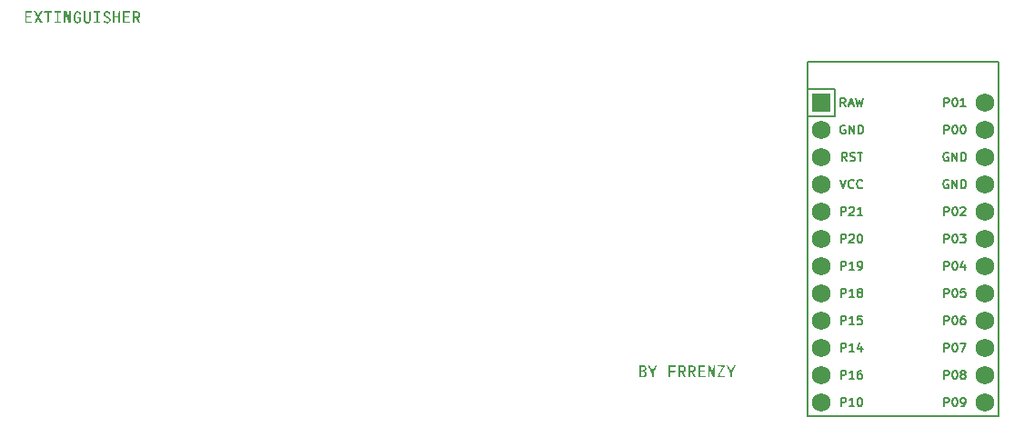
<source format=gbr>
%TF.GenerationSoftware,KiCad,Pcbnew,(6.0.8-1)-1*%
%TF.CreationDate,2023-01-29T19:27:53+03:00*%
%TF.ProjectId,lol,6c6f6c2e-6b69-4636-9164-5f7063625858,v1.0.0*%
%TF.SameCoordinates,Original*%
%TF.FileFunction,Legend,Top*%
%TF.FilePolarity,Positive*%
%FSLAX46Y46*%
G04 Gerber Fmt 4.6, Leading zero omitted, Abs format (unit mm)*
G04 Created by KiCad (PCBNEW (6.0.8-1)-1) date 2023-01-29 19:27:53*
%MOMM*%
%LPD*%
G01*
G04 APERTURE LIST*
%ADD10C,0.150000*%
%ADD11R,1.752600X1.752600*%
%ADD12C,1.752600*%
G04 APERTURE END LIST*
D10*
%TO.C,MCU1*%
X127997619Y26658095D02*
X127730952Y27039047D01*
X127540476Y26658095D02*
X127540476Y27458095D01*
X127845238Y27458095D01*
X127921428Y27420000D01*
X127959523Y27381904D01*
X127997619Y27305714D01*
X127997619Y27191428D01*
X127959523Y27115238D01*
X127921428Y27077142D01*
X127845238Y27039047D01*
X127540476Y27039047D01*
X128302380Y26886666D02*
X128683333Y26886666D01*
X128226190Y26658095D02*
X128492857Y27458095D01*
X128759523Y26658095D01*
X128950000Y27458095D02*
X129140476Y26658095D01*
X129292857Y27229523D01*
X129445238Y26658095D01*
X129635714Y27458095D01*
X127940476Y24880000D02*
X127864285Y24918095D01*
X127750000Y24918095D01*
X127635714Y24880000D01*
X127559523Y24803809D01*
X127521428Y24727619D01*
X127483333Y24575238D01*
X127483333Y24460952D01*
X127521428Y24308571D01*
X127559523Y24232380D01*
X127635714Y24156190D01*
X127750000Y24118095D01*
X127826190Y24118095D01*
X127940476Y24156190D01*
X127978571Y24194285D01*
X127978571Y24460952D01*
X127826190Y24460952D01*
X128321428Y24118095D02*
X128321428Y24918095D01*
X128778571Y24118095D01*
X128778571Y24918095D01*
X129159523Y24118095D02*
X129159523Y24918095D01*
X129350000Y24918095D01*
X129464285Y24880000D01*
X129540476Y24803809D01*
X129578571Y24727619D01*
X129616666Y24575238D01*
X129616666Y24460952D01*
X129578571Y24308571D01*
X129540476Y24232380D01*
X129464285Y24156190D01*
X129350000Y24118095D01*
X129159523Y24118095D01*
X128111904Y21578095D02*
X127845238Y21959047D01*
X127654761Y21578095D02*
X127654761Y22378095D01*
X127959523Y22378095D01*
X128035714Y22340000D01*
X128073809Y22301904D01*
X128111904Y22225714D01*
X128111904Y22111428D01*
X128073809Y22035238D01*
X128035714Y21997142D01*
X127959523Y21959047D01*
X127654761Y21959047D01*
X128416666Y21616190D02*
X128530952Y21578095D01*
X128721428Y21578095D01*
X128797619Y21616190D01*
X128835714Y21654285D01*
X128873809Y21730476D01*
X128873809Y21806666D01*
X128835714Y21882857D01*
X128797619Y21920952D01*
X128721428Y21959047D01*
X128569047Y21997142D01*
X128492857Y22035238D01*
X128454761Y22073333D01*
X128416666Y22149523D01*
X128416666Y22225714D01*
X128454761Y22301904D01*
X128492857Y22340000D01*
X128569047Y22378095D01*
X128759523Y22378095D01*
X128873809Y22340000D01*
X129102380Y22378095D02*
X129559523Y22378095D01*
X129330952Y21578095D02*
X129330952Y22378095D01*
X127483333Y19838095D02*
X127750000Y19038095D01*
X128016666Y19838095D01*
X128740476Y19114285D02*
X128702380Y19076190D01*
X128588095Y19038095D01*
X128511904Y19038095D01*
X128397619Y19076190D01*
X128321428Y19152380D01*
X128283333Y19228571D01*
X128245238Y19380952D01*
X128245238Y19495238D01*
X128283333Y19647619D01*
X128321428Y19723809D01*
X128397619Y19800000D01*
X128511904Y19838095D01*
X128588095Y19838095D01*
X128702380Y19800000D01*
X128740476Y19761904D01*
X129540476Y19114285D02*
X129502380Y19076190D01*
X129388095Y19038095D01*
X129311904Y19038095D01*
X129197619Y19076190D01*
X129121428Y19152380D01*
X129083333Y19228571D01*
X129045238Y19380952D01*
X129045238Y19495238D01*
X129083333Y19647619D01*
X129121428Y19723809D01*
X129197619Y19800000D01*
X129311904Y19838095D01*
X129388095Y19838095D01*
X129502380Y19800000D01*
X129540476Y19761904D01*
X127578571Y16498095D02*
X127578571Y17298095D01*
X127883333Y17298095D01*
X127959523Y17260000D01*
X127997619Y17221904D01*
X128035714Y17145714D01*
X128035714Y17031428D01*
X127997619Y16955238D01*
X127959523Y16917142D01*
X127883333Y16879047D01*
X127578571Y16879047D01*
X128340476Y17221904D02*
X128378571Y17260000D01*
X128454761Y17298095D01*
X128645238Y17298095D01*
X128721428Y17260000D01*
X128759523Y17221904D01*
X128797619Y17145714D01*
X128797619Y17069523D01*
X128759523Y16955238D01*
X128302380Y16498095D01*
X128797619Y16498095D01*
X129559523Y16498095D02*
X129102380Y16498095D01*
X129330952Y16498095D02*
X129330952Y17298095D01*
X129254761Y17183809D01*
X129178571Y17107619D01*
X129102380Y17069523D01*
X127578571Y13958095D02*
X127578571Y14758095D01*
X127883333Y14758095D01*
X127959523Y14720000D01*
X127997619Y14681904D01*
X128035714Y14605714D01*
X128035714Y14491428D01*
X127997619Y14415238D01*
X127959523Y14377142D01*
X127883333Y14339047D01*
X127578571Y14339047D01*
X128340476Y14681904D02*
X128378571Y14720000D01*
X128454761Y14758095D01*
X128645238Y14758095D01*
X128721428Y14720000D01*
X128759523Y14681904D01*
X128797619Y14605714D01*
X128797619Y14529523D01*
X128759523Y14415238D01*
X128302380Y13958095D01*
X128797619Y13958095D01*
X129292857Y14758095D02*
X129369047Y14758095D01*
X129445238Y14720000D01*
X129483333Y14681904D01*
X129521428Y14605714D01*
X129559523Y14453333D01*
X129559523Y14262857D01*
X129521428Y14110476D01*
X129483333Y14034285D01*
X129445238Y13996190D01*
X129369047Y13958095D01*
X129292857Y13958095D01*
X129216666Y13996190D01*
X129178571Y14034285D01*
X129140476Y14110476D01*
X129102380Y14262857D01*
X129102380Y14453333D01*
X129140476Y14605714D01*
X129178571Y14681904D01*
X129216666Y14720000D01*
X129292857Y14758095D01*
X127578571Y11418095D02*
X127578571Y12218095D01*
X127883333Y12218095D01*
X127959523Y12180000D01*
X127997619Y12141904D01*
X128035714Y12065714D01*
X128035714Y11951428D01*
X127997619Y11875238D01*
X127959523Y11837142D01*
X127883333Y11799047D01*
X127578571Y11799047D01*
X128797619Y11418095D02*
X128340476Y11418095D01*
X128569047Y11418095D02*
X128569047Y12218095D01*
X128492857Y12103809D01*
X128416666Y12027619D01*
X128340476Y11989523D01*
X129178571Y11418095D02*
X129330952Y11418095D01*
X129407142Y11456190D01*
X129445238Y11494285D01*
X129521428Y11608571D01*
X129559523Y11760952D01*
X129559523Y12065714D01*
X129521428Y12141904D01*
X129483333Y12180000D01*
X129407142Y12218095D01*
X129254761Y12218095D01*
X129178571Y12180000D01*
X129140476Y12141904D01*
X129102380Y12065714D01*
X129102380Y11875238D01*
X129140476Y11799047D01*
X129178571Y11760952D01*
X129254761Y11722857D01*
X129407142Y11722857D01*
X129483333Y11760952D01*
X129521428Y11799047D01*
X129559523Y11875238D01*
X127578571Y8878095D02*
X127578571Y9678095D01*
X127883333Y9678095D01*
X127959523Y9640000D01*
X127997619Y9601904D01*
X128035714Y9525714D01*
X128035714Y9411428D01*
X127997619Y9335238D01*
X127959523Y9297142D01*
X127883333Y9259047D01*
X127578571Y9259047D01*
X128797619Y8878095D02*
X128340476Y8878095D01*
X128569047Y8878095D02*
X128569047Y9678095D01*
X128492857Y9563809D01*
X128416666Y9487619D01*
X128340476Y9449523D01*
X129254761Y9335238D02*
X129178571Y9373333D01*
X129140476Y9411428D01*
X129102380Y9487619D01*
X129102380Y9525714D01*
X129140476Y9601904D01*
X129178571Y9640000D01*
X129254761Y9678095D01*
X129407142Y9678095D01*
X129483333Y9640000D01*
X129521428Y9601904D01*
X129559523Y9525714D01*
X129559523Y9487619D01*
X129521428Y9411428D01*
X129483333Y9373333D01*
X129407142Y9335238D01*
X129254761Y9335238D01*
X129178571Y9297142D01*
X129140476Y9259047D01*
X129102380Y9182857D01*
X129102380Y9030476D01*
X129140476Y8954285D01*
X129178571Y8916190D01*
X129254761Y8878095D01*
X129407142Y8878095D01*
X129483333Y8916190D01*
X129521428Y8954285D01*
X129559523Y9030476D01*
X129559523Y9182857D01*
X129521428Y9259047D01*
X129483333Y9297142D01*
X129407142Y9335238D01*
X127578571Y6338095D02*
X127578571Y7138095D01*
X127883333Y7138095D01*
X127959523Y7100000D01*
X127997619Y7061904D01*
X128035714Y6985714D01*
X128035714Y6871428D01*
X127997619Y6795238D01*
X127959523Y6757142D01*
X127883333Y6719047D01*
X127578571Y6719047D01*
X128797619Y6338095D02*
X128340476Y6338095D01*
X128569047Y6338095D02*
X128569047Y7138095D01*
X128492857Y7023809D01*
X128416666Y6947619D01*
X128340476Y6909523D01*
X129521428Y7138095D02*
X129140476Y7138095D01*
X129102380Y6757142D01*
X129140476Y6795238D01*
X129216666Y6833333D01*
X129407142Y6833333D01*
X129483333Y6795238D01*
X129521428Y6757142D01*
X129559523Y6680952D01*
X129559523Y6490476D01*
X129521428Y6414285D01*
X129483333Y6376190D01*
X129407142Y6338095D01*
X129216666Y6338095D01*
X129140476Y6376190D01*
X129102380Y6414285D01*
X127578571Y3798095D02*
X127578571Y4598095D01*
X127883333Y4598095D01*
X127959523Y4560000D01*
X127997619Y4521904D01*
X128035714Y4445714D01*
X128035714Y4331428D01*
X127997619Y4255238D01*
X127959523Y4217142D01*
X127883333Y4179047D01*
X127578571Y4179047D01*
X128797619Y3798095D02*
X128340476Y3798095D01*
X128569047Y3798095D02*
X128569047Y4598095D01*
X128492857Y4483809D01*
X128416666Y4407619D01*
X128340476Y4369523D01*
X129483333Y4331428D02*
X129483333Y3798095D01*
X129292857Y4636190D02*
X129102380Y4064761D01*
X129597619Y4064761D01*
X127578571Y1258095D02*
X127578571Y2058095D01*
X127883333Y2058095D01*
X127959523Y2020000D01*
X127997619Y1981904D01*
X128035714Y1905714D01*
X128035714Y1791428D01*
X127997619Y1715238D01*
X127959523Y1677142D01*
X127883333Y1639047D01*
X127578571Y1639047D01*
X128797619Y1258095D02*
X128340476Y1258095D01*
X128569047Y1258095D02*
X128569047Y2058095D01*
X128492857Y1943809D01*
X128416666Y1867619D01*
X128340476Y1829523D01*
X129483333Y2058095D02*
X129330952Y2058095D01*
X129254761Y2020000D01*
X129216666Y1981904D01*
X129140476Y1867619D01*
X129102380Y1715238D01*
X129102380Y1410476D01*
X129140476Y1334285D01*
X129178571Y1296190D01*
X129254761Y1258095D01*
X129407142Y1258095D01*
X129483333Y1296190D01*
X129521428Y1334285D01*
X129559523Y1410476D01*
X129559523Y1600952D01*
X129521428Y1677142D01*
X129483333Y1715238D01*
X129407142Y1753333D01*
X129254761Y1753333D01*
X129178571Y1715238D01*
X129140476Y1677142D01*
X129102380Y1600952D01*
X127578571Y-1281904D02*
X127578571Y-481904D01*
X127883333Y-481904D01*
X127959523Y-520000D01*
X127997619Y-558095D01*
X128035714Y-634285D01*
X128035714Y-748571D01*
X127997619Y-824761D01*
X127959523Y-862857D01*
X127883333Y-900952D01*
X127578571Y-900952D01*
X128797619Y-1281904D02*
X128340476Y-1281904D01*
X128569047Y-1281904D02*
X128569047Y-481904D01*
X128492857Y-596190D01*
X128416666Y-672380D01*
X128340476Y-710476D01*
X129292857Y-481904D02*
X129369047Y-481904D01*
X129445238Y-520000D01*
X129483333Y-558095D01*
X129521428Y-634285D01*
X129559523Y-786666D01*
X129559523Y-977142D01*
X129521428Y-1129523D01*
X129483333Y-1205714D01*
X129445238Y-1243809D01*
X129369047Y-1281904D01*
X129292857Y-1281904D01*
X129216666Y-1243809D01*
X129178571Y-1205714D01*
X129140476Y-1129523D01*
X129102380Y-977142D01*
X129102380Y-786666D01*
X129140476Y-634285D01*
X129178571Y-558095D01*
X129216666Y-520000D01*
X129292857Y-481904D01*
X137178571Y26658095D02*
X137178571Y27458095D01*
X137483333Y27458095D01*
X137559523Y27420000D01*
X137597619Y27381904D01*
X137635714Y27305714D01*
X137635714Y27191428D01*
X137597619Y27115238D01*
X137559523Y27077142D01*
X137483333Y27039047D01*
X137178571Y27039047D01*
X138130952Y27458095D02*
X138207142Y27458095D01*
X138283333Y27420000D01*
X138321428Y27381904D01*
X138359523Y27305714D01*
X138397619Y27153333D01*
X138397619Y26962857D01*
X138359523Y26810476D01*
X138321428Y26734285D01*
X138283333Y26696190D01*
X138207142Y26658095D01*
X138130952Y26658095D01*
X138054761Y26696190D01*
X138016666Y26734285D01*
X137978571Y26810476D01*
X137940476Y26962857D01*
X137940476Y27153333D01*
X137978571Y27305714D01*
X138016666Y27381904D01*
X138054761Y27420000D01*
X138130952Y27458095D01*
X139159523Y26658095D02*
X138702380Y26658095D01*
X138930952Y26658095D02*
X138930952Y27458095D01*
X138854761Y27343809D01*
X138778571Y27267619D01*
X138702380Y27229523D01*
X137178571Y24118095D02*
X137178571Y24918095D01*
X137483333Y24918095D01*
X137559523Y24880000D01*
X137597619Y24841904D01*
X137635714Y24765714D01*
X137635714Y24651428D01*
X137597619Y24575238D01*
X137559523Y24537142D01*
X137483333Y24499047D01*
X137178571Y24499047D01*
X138130952Y24918095D02*
X138207142Y24918095D01*
X138283333Y24880000D01*
X138321428Y24841904D01*
X138359523Y24765714D01*
X138397619Y24613333D01*
X138397619Y24422857D01*
X138359523Y24270476D01*
X138321428Y24194285D01*
X138283333Y24156190D01*
X138207142Y24118095D01*
X138130952Y24118095D01*
X138054761Y24156190D01*
X138016666Y24194285D01*
X137978571Y24270476D01*
X137940476Y24422857D01*
X137940476Y24613333D01*
X137978571Y24765714D01*
X138016666Y24841904D01*
X138054761Y24880000D01*
X138130952Y24918095D01*
X138892857Y24918095D02*
X138969047Y24918095D01*
X139045238Y24880000D01*
X139083333Y24841904D01*
X139121428Y24765714D01*
X139159523Y24613333D01*
X139159523Y24422857D01*
X139121428Y24270476D01*
X139083333Y24194285D01*
X139045238Y24156190D01*
X138969047Y24118095D01*
X138892857Y24118095D01*
X138816666Y24156190D01*
X138778571Y24194285D01*
X138740476Y24270476D01*
X138702380Y24422857D01*
X138702380Y24613333D01*
X138740476Y24765714D01*
X138778571Y24841904D01*
X138816666Y24880000D01*
X138892857Y24918095D01*
X137540476Y22340000D02*
X137464285Y22378095D01*
X137350000Y22378095D01*
X137235714Y22340000D01*
X137159523Y22263809D01*
X137121428Y22187619D01*
X137083333Y22035238D01*
X137083333Y21920952D01*
X137121428Y21768571D01*
X137159523Y21692380D01*
X137235714Y21616190D01*
X137350000Y21578095D01*
X137426190Y21578095D01*
X137540476Y21616190D01*
X137578571Y21654285D01*
X137578571Y21920952D01*
X137426190Y21920952D01*
X137921428Y21578095D02*
X137921428Y22378095D01*
X138378571Y21578095D01*
X138378571Y22378095D01*
X138759523Y21578095D02*
X138759523Y22378095D01*
X138950000Y22378095D01*
X139064285Y22340000D01*
X139140476Y22263809D01*
X139178571Y22187619D01*
X139216666Y22035238D01*
X139216666Y21920952D01*
X139178571Y21768571D01*
X139140476Y21692380D01*
X139064285Y21616190D01*
X138950000Y21578095D01*
X138759523Y21578095D01*
X137540476Y19800000D02*
X137464285Y19838095D01*
X137350000Y19838095D01*
X137235714Y19800000D01*
X137159523Y19723809D01*
X137121428Y19647619D01*
X137083333Y19495238D01*
X137083333Y19380952D01*
X137121428Y19228571D01*
X137159523Y19152380D01*
X137235714Y19076190D01*
X137350000Y19038095D01*
X137426190Y19038095D01*
X137540476Y19076190D01*
X137578571Y19114285D01*
X137578571Y19380952D01*
X137426190Y19380952D01*
X137921428Y19038095D02*
X137921428Y19838095D01*
X138378571Y19038095D01*
X138378571Y19838095D01*
X138759523Y19038095D02*
X138759523Y19838095D01*
X138950000Y19838095D01*
X139064285Y19800000D01*
X139140476Y19723809D01*
X139178571Y19647619D01*
X139216666Y19495238D01*
X139216666Y19380952D01*
X139178571Y19228571D01*
X139140476Y19152380D01*
X139064285Y19076190D01*
X138950000Y19038095D01*
X138759523Y19038095D01*
X137178571Y16498095D02*
X137178571Y17298095D01*
X137483333Y17298095D01*
X137559523Y17260000D01*
X137597619Y17221904D01*
X137635714Y17145714D01*
X137635714Y17031428D01*
X137597619Y16955238D01*
X137559523Y16917142D01*
X137483333Y16879047D01*
X137178571Y16879047D01*
X138130952Y17298095D02*
X138207142Y17298095D01*
X138283333Y17260000D01*
X138321428Y17221904D01*
X138359523Y17145714D01*
X138397619Y16993333D01*
X138397619Y16802857D01*
X138359523Y16650476D01*
X138321428Y16574285D01*
X138283333Y16536190D01*
X138207142Y16498095D01*
X138130952Y16498095D01*
X138054761Y16536190D01*
X138016666Y16574285D01*
X137978571Y16650476D01*
X137940476Y16802857D01*
X137940476Y16993333D01*
X137978571Y17145714D01*
X138016666Y17221904D01*
X138054761Y17260000D01*
X138130952Y17298095D01*
X138702380Y17221904D02*
X138740476Y17260000D01*
X138816666Y17298095D01*
X139007142Y17298095D01*
X139083333Y17260000D01*
X139121428Y17221904D01*
X139159523Y17145714D01*
X139159523Y17069523D01*
X139121428Y16955238D01*
X138664285Y16498095D01*
X139159523Y16498095D01*
X137178571Y13958095D02*
X137178571Y14758095D01*
X137483333Y14758095D01*
X137559523Y14720000D01*
X137597619Y14681904D01*
X137635714Y14605714D01*
X137635714Y14491428D01*
X137597619Y14415238D01*
X137559523Y14377142D01*
X137483333Y14339047D01*
X137178571Y14339047D01*
X138130952Y14758095D02*
X138207142Y14758095D01*
X138283333Y14720000D01*
X138321428Y14681904D01*
X138359523Y14605714D01*
X138397619Y14453333D01*
X138397619Y14262857D01*
X138359523Y14110476D01*
X138321428Y14034285D01*
X138283333Y13996190D01*
X138207142Y13958095D01*
X138130952Y13958095D01*
X138054761Y13996190D01*
X138016666Y14034285D01*
X137978571Y14110476D01*
X137940476Y14262857D01*
X137940476Y14453333D01*
X137978571Y14605714D01*
X138016666Y14681904D01*
X138054761Y14720000D01*
X138130952Y14758095D01*
X138664285Y14758095D02*
X139159523Y14758095D01*
X138892857Y14453333D01*
X139007142Y14453333D01*
X139083333Y14415238D01*
X139121428Y14377142D01*
X139159523Y14300952D01*
X139159523Y14110476D01*
X139121428Y14034285D01*
X139083333Y13996190D01*
X139007142Y13958095D01*
X138778571Y13958095D01*
X138702380Y13996190D01*
X138664285Y14034285D01*
X137178571Y11418095D02*
X137178571Y12218095D01*
X137483333Y12218095D01*
X137559523Y12180000D01*
X137597619Y12141904D01*
X137635714Y12065714D01*
X137635714Y11951428D01*
X137597619Y11875238D01*
X137559523Y11837142D01*
X137483333Y11799047D01*
X137178571Y11799047D01*
X138130952Y12218095D02*
X138207142Y12218095D01*
X138283333Y12180000D01*
X138321428Y12141904D01*
X138359523Y12065714D01*
X138397619Y11913333D01*
X138397619Y11722857D01*
X138359523Y11570476D01*
X138321428Y11494285D01*
X138283333Y11456190D01*
X138207142Y11418095D01*
X138130952Y11418095D01*
X138054761Y11456190D01*
X138016666Y11494285D01*
X137978571Y11570476D01*
X137940476Y11722857D01*
X137940476Y11913333D01*
X137978571Y12065714D01*
X138016666Y12141904D01*
X138054761Y12180000D01*
X138130952Y12218095D01*
X139083333Y11951428D02*
X139083333Y11418095D01*
X138892857Y12256190D02*
X138702380Y11684761D01*
X139197619Y11684761D01*
X137178571Y8878095D02*
X137178571Y9678095D01*
X137483333Y9678095D01*
X137559523Y9640000D01*
X137597619Y9601904D01*
X137635714Y9525714D01*
X137635714Y9411428D01*
X137597619Y9335238D01*
X137559523Y9297142D01*
X137483333Y9259047D01*
X137178571Y9259047D01*
X138130952Y9678095D02*
X138207142Y9678095D01*
X138283333Y9640000D01*
X138321428Y9601904D01*
X138359523Y9525714D01*
X138397619Y9373333D01*
X138397619Y9182857D01*
X138359523Y9030476D01*
X138321428Y8954285D01*
X138283333Y8916190D01*
X138207142Y8878095D01*
X138130952Y8878095D01*
X138054761Y8916190D01*
X138016666Y8954285D01*
X137978571Y9030476D01*
X137940476Y9182857D01*
X137940476Y9373333D01*
X137978571Y9525714D01*
X138016666Y9601904D01*
X138054761Y9640000D01*
X138130952Y9678095D01*
X139121428Y9678095D02*
X138740476Y9678095D01*
X138702380Y9297142D01*
X138740476Y9335238D01*
X138816666Y9373333D01*
X139007142Y9373333D01*
X139083333Y9335238D01*
X139121428Y9297142D01*
X139159523Y9220952D01*
X139159523Y9030476D01*
X139121428Y8954285D01*
X139083333Y8916190D01*
X139007142Y8878095D01*
X138816666Y8878095D01*
X138740476Y8916190D01*
X138702380Y8954285D01*
X137178571Y6338095D02*
X137178571Y7138095D01*
X137483333Y7138095D01*
X137559523Y7100000D01*
X137597619Y7061904D01*
X137635714Y6985714D01*
X137635714Y6871428D01*
X137597619Y6795238D01*
X137559523Y6757142D01*
X137483333Y6719047D01*
X137178571Y6719047D01*
X138130952Y7138095D02*
X138207142Y7138095D01*
X138283333Y7100000D01*
X138321428Y7061904D01*
X138359523Y6985714D01*
X138397619Y6833333D01*
X138397619Y6642857D01*
X138359523Y6490476D01*
X138321428Y6414285D01*
X138283333Y6376190D01*
X138207142Y6338095D01*
X138130952Y6338095D01*
X138054761Y6376190D01*
X138016666Y6414285D01*
X137978571Y6490476D01*
X137940476Y6642857D01*
X137940476Y6833333D01*
X137978571Y6985714D01*
X138016666Y7061904D01*
X138054761Y7100000D01*
X138130952Y7138095D01*
X139083333Y7138095D02*
X138930952Y7138095D01*
X138854761Y7100000D01*
X138816666Y7061904D01*
X138740476Y6947619D01*
X138702380Y6795238D01*
X138702380Y6490476D01*
X138740476Y6414285D01*
X138778571Y6376190D01*
X138854761Y6338095D01*
X139007142Y6338095D01*
X139083333Y6376190D01*
X139121428Y6414285D01*
X139159523Y6490476D01*
X139159523Y6680952D01*
X139121428Y6757142D01*
X139083333Y6795238D01*
X139007142Y6833333D01*
X138854761Y6833333D01*
X138778571Y6795238D01*
X138740476Y6757142D01*
X138702380Y6680952D01*
X137178571Y3798095D02*
X137178571Y4598095D01*
X137483333Y4598095D01*
X137559523Y4560000D01*
X137597619Y4521904D01*
X137635714Y4445714D01*
X137635714Y4331428D01*
X137597619Y4255238D01*
X137559523Y4217142D01*
X137483333Y4179047D01*
X137178571Y4179047D01*
X138130952Y4598095D02*
X138207142Y4598095D01*
X138283333Y4560000D01*
X138321428Y4521904D01*
X138359523Y4445714D01*
X138397619Y4293333D01*
X138397619Y4102857D01*
X138359523Y3950476D01*
X138321428Y3874285D01*
X138283333Y3836190D01*
X138207142Y3798095D01*
X138130952Y3798095D01*
X138054761Y3836190D01*
X138016666Y3874285D01*
X137978571Y3950476D01*
X137940476Y4102857D01*
X137940476Y4293333D01*
X137978571Y4445714D01*
X138016666Y4521904D01*
X138054761Y4560000D01*
X138130952Y4598095D01*
X138664285Y4598095D02*
X139197619Y4598095D01*
X138854761Y3798095D01*
X137178571Y1258095D02*
X137178571Y2058095D01*
X137483333Y2058095D01*
X137559523Y2020000D01*
X137597619Y1981904D01*
X137635714Y1905714D01*
X137635714Y1791428D01*
X137597619Y1715238D01*
X137559523Y1677142D01*
X137483333Y1639047D01*
X137178571Y1639047D01*
X138130952Y2058095D02*
X138207142Y2058095D01*
X138283333Y2020000D01*
X138321428Y1981904D01*
X138359523Y1905714D01*
X138397619Y1753333D01*
X138397619Y1562857D01*
X138359523Y1410476D01*
X138321428Y1334285D01*
X138283333Y1296190D01*
X138207142Y1258095D01*
X138130952Y1258095D01*
X138054761Y1296190D01*
X138016666Y1334285D01*
X137978571Y1410476D01*
X137940476Y1562857D01*
X137940476Y1753333D01*
X137978571Y1905714D01*
X138016666Y1981904D01*
X138054761Y2020000D01*
X138130952Y2058095D01*
X138854761Y1715238D02*
X138778571Y1753333D01*
X138740476Y1791428D01*
X138702380Y1867619D01*
X138702380Y1905714D01*
X138740476Y1981904D01*
X138778571Y2020000D01*
X138854761Y2058095D01*
X139007142Y2058095D01*
X139083333Y2020000D01*
X139121428Y1981904D01*
X139159523Y1905714D01*
X139159523Y1867619D01*
X139121428Y1791428D01*
X139083333Y1753333D01*
X139007142Y1715238D01*
X138854761Y1715238D01*
X138778571Y1677142D01*
X138740476Y1639047D01*
X138702380Y1562857D01*
X138702380Y1410476D01*
X138740476Y1334285D01*
X138778571Y1296190D01*
X138854761Y1258095D01*
X139007142Y1258095D01*
X139083333Y1296190D01*
X139121428Y1334285D01*
X139159523Y1410476D01*
X139159523Y1562857D01*
X139121428Y1639047D01*
X139083333Y1677142D01*
X139007142Y1715238D01*
X137178571Y-1281904D02*
X137178571Y-481904D01*
X137483333Y-481904D01*
X137559523Y-520000D01*
X137597619Y-558095D01*
X137635714Y-634285D01*
X137635714Y-748571D01*
X137597619Y-824761D01*
X137559523Y-862857D01*
X137483333Y-900952D01*
X137178571Y-900952D01*
X138130952Y-481904D02*
X138207142Y-481904D01*
X138283333Y-520000D01*
X138321428Y-558095D01*
X138359523Y-634285D01*
X138397619Y-786666D01*
X138397619Y-977142D01*
X138359523Y-1129523D01*
X138321428Y-1205714D01*
X138283333Y-1243809D01*
X138207142Y-1281904D01*
X138130952Y-1281904D01*
X138054761Y-1243809D01*
X138016666Y-1205714D01*
X137978571Y-1129523D01*
X137940476Y-977142D01*
X137940476Y-786666D01*
X137978571Y-634285D01*
X138016666Y-558095D01*
X138054761Y-520000D01*
X138130952Y-481904D01*
X138778571Y-1281904D02*
X138930952Y-1281904D01*
X139007142Y-1243809D01*
X139045238Y-1205714D01*
X139121428Y-1091428D01*
X139159523Y-939047D01*
X139159523Y-634285D01*
X139121428Y-558095D01*
X139083333Y-520000D01*
X139007142Y-481904D01*
X138854761Y-481904D01*
X138778571Y-520000D01*
X138740476Y-558095D01*
X138702380Y-634285D01*
X138702380Y-824761D01*
X138740476Y-900952D01*
X138778571Y-939047D01*
X138854761Y-977142D01*
X139007142Y-977142D01*
X139083333Y-939047D01*
X139121428Y-900952D01*
X139159523Y-824761D01*
%TO.C,*%
%TO.C,G\u002A\u002A\u002A*%
G36*
X109013817Y2539750D02*
G01*
X109139155Y2537906D01*
X109220363Y2528673D01*
X109276781Y2506507D01*
X109327754Y2465859D01*
X109351107Y2443028D01*
X109412952Y2371551D01*
X109434894Y2307912D01*
X109429005Y2228715D01*
X109400867Y2137048D01*
X109356882Y2068029D01*
X109350777Y2062510D01*
X109311627Y2024678D01*
X109319412Y1995416D01*
X109361362Y1961103D01*
X109429736Y1873672D01*
X109455477Y1760915D01*
X109440630Y1642627D01*
X109387241Y1538602D01*
X109311134Y1475161D01*
X109220299Y1447432D01*
X109087396Y1431312D01*
X108997076Y1428500D01*
X108773250Y1428500D01*
X108773250Y1555500D01*
X108932000Y1555500D01*
X109051935Y1555500D01*
X109151882Y1568632D01*
X109235918Y1600672D01*
X109242435Y1604926D01*
X109299666Y1679324D01*
X109309499Y1774308D01*
X109270396Y1866545D01*
X109260454Y1878438D01*
X109179961Y1924194D01*
X109069954Y1936500D01*
X108932000Y1936500D01*
X108932000Y1555500D01*
X108773250Y1555500D01*
X108773250Y2063500D01*
X108932000Y2063500D01*
X109036060Y2063500D01*
X109132912Y2078773D01*
X109210685Y2112926D01*
X109265432Y2181101D01*
X109281768Y2266144D01*
X109258856Y2343638D01*
X109219837Y2379883D01*
X109145978Y2402567D01*
X109050720Y2412713D01*
X109045212Y2412750D01*
X108932000Y2412750D01*
X108932000Y2063500D01*
X108773250Y2063500D01*
X108773250Y2539750D01*
X109013817Y2539750D01*
G37*
G36*
X110379341Y2537526D02*
G01*
X110394331Y2524173D01*
X110390247Y2489673D01*
X110364695Y2424004D01*
X110315282Y2317149D01*
X110273708Y2230188D01*
X110204122Y2079794D01*
X110159054Y1964422D01*
X110132541Y1863386D01*
X110118623Y1756000D01*
X110113580Y1674563D01*
X110106594Y1550920D01*
X110097009Y1477621D01*
X110080102Y1441546D01*
X110051146Y1429573D01*
X110024957Y1428500D01*
X109983619Y1432415D01*
X109960565Y1453695D01*
X109950478Y1506648D01*
X109948038Y1605578D01*
X109948000Y1635510D01*
X109944362Y1742892D01*
X109929512Y1834418D01*
X109897546Y1930702D01*
X109842559Y2052357D01*
X109809320Y2119697D01*
X109729063Y2282393D01*
X109676278Y2397144D01*
X109648678Y2472102D01*
X109643977Y2515419D01*
X109659889Y2535247D01*
X109691506Y2539750D01*
X109731792Y2525151D01*
X109777221Y2475525D01*
X109834386Y2382134D01*
X109889078Y2277813D01*
X110021364Y2015875D01*
X110147269Y2277813D01*
X110211177Y2405336D01*
X110259038Y2484495D01*
X110298823Y2525710D01*
X110338503Y2539398D01*
X110347672Y2539750D01*
X110379341Y2537526D01*
G37*
G36*
X112017597Y2538954D02*
G01*
X112114053Y2535140D01*
X112169469Y2526170D01*
X112195070Y2509904D01*
X112202084Y2484205D01*
X112202250Y2476250D01*
X112197227Y2445375D01*
X112173883Y2426515D01*
X112119801Y2416751D01*
X112022564Y2413159D01*
X111932375Y2412750D01*
X111662500Y2412750D01*
X111662500Y2063500D01*
X111900625Y2063500D01*
X112021745Y2062511D01*
X112092743Y2056571D01*
X112126994Y2041222D01*
X112137874Y2012005D01*
X112138750Y1984125D01*
X112135782Y1943752D01*
X112117962Y1920086D01*
X112071914Y1908669D01*
X111984262Y1905042D01*
X111900625Y1904750D01*
X111662500Y1904750D01*
X111662500Y1666625D01*
X111661000Y1544875D01*
X111654161Y1473439D01*
X111638474Y1439159D01*
X111610430Y1428874D01*
X111599000Y1428500D01*
X111576150Y1431267D01*
X111559558Y1445393D01*
X111548224Y1479623D01*
X111541151Y1542696D01*
X111537339Y1643355D01*
X111535788Y1790343D01*
X111535500Y1984125D01*
X111535500Y2539750D01*
X111868875Y2539750D01*
X112017597Y2538954D01*
G37*
G36*
X112676729Y2539750D02*
G01*
X112809371Y2537364D01*
X112897111Y2527435D01*
X112958459Y2505809D01*
X113011923Y2468329D01*
X113018042Y2463125D01*
X113072799Y2406071D01*
X113099289Y2341765D01*
X113106999Y2244558D01*
X113107125Y2222251D01*
X113101649Y2116356D01*
X113079034Y2048033D01*
X113030000Y1991839D01*
X113019812Y1982899D01*
X112961896Y1924427D01*
X112933180Y1878466D01*
X112932500Y1873618D01*
X112945980Y1829438D01*
X112981226Y1747296D01*
X113027750Y1650751D01*
X113076094Y1552644D01*
X113110375Y1478613D01*
X113123000Y1445281D01*
X113095786Y1432597D01*
X113044586Y1428500D01*
X113001276Y1436731D01*
X112962634Y1468954D01*
X112919723Y1536463D01*
X112863604Y1650554D01*
X112856152Y1666625D01*
X112798466Y1786010D01*
X112755094Y1857833D01*
X112716847Y1893524D01*
X112674536Y1904512D01*
X112664690Y1904750D01*
X112623273Y1902014D01*
X112598995Y1884883D01*
X112587282Y1839975D01*
X112583556Y1753910D01*
X112583250Y1666625D01*
X112582260Y1545505D01*
X112576320Y1474507D01*
X112560971Y1440256D01*
X112531754Y1429376D01*
X112503875Y1428500D01*
X112424500Y1428500D01*
X112424500Y2031750D01*
X112583250Y2031750D01*
X112723857Y2031750D01*
X112836104Y2044378D01*
X112910830Y2078340D01*
X112914357Y2081643D01*
X112957216Y2164563D01*
X112956561Y2264781D01*
X112912670Y2353610D01*
X112911704Y2354688D01*
X112831211Y2400444D01*
X112721204Y2412750D01*
X112583250Y2412750D01*
X112583250Y2031750D01*
X112424500Y2031750D01*
X112424500Y2539750D01*
X112676729Y2539750D01*
G37*
G36*
X113569076Y2539750D02*
G01*
X113749897Y2528190D01*
X113879748Y2491028D01*
X113967270Y2424548D01*
X114012060Y2349104D01*
X114032662Y2228773D01*
X114008678Y2102809D01*
X113947147Y1996097D01*
X113900627Y1955133D01*
X113821454Y1903257D01*
X113932602Y1682546D01*
X113985178Y1576147D01*
X114024330Y1493114D01*
X114043063Y1448384D01*
X114043750Y1445168D01*
X114016456Y1432729D01*
X113962568Y1428500D01*
X113918476Y1435883D01*
X113880412Y1465677D01*
X113839241Y1529349D01*
X113785827Y1638367D01*
X113772870Y1666625D01*
X113715770Y1786272D01*
X113672704Y1858193D01*
X113634616Y1893817D01*
X113592449Y1904573D01*
X113584176Y1904750D01*
X113543398Y1901875D01*
X113519495Y1884328D01*
X113507963Y1838733D01*
X113504297Y1751710D01*
X113504000Y1666625D01*
X113503010Y1545505D01*
X113497070Y1474507D01*
X113481721Y1440256D01*
X113452504Y1429376D01*
X113424625Y1428500D01*
X113345250Y1428500D01*
X113345250Y2031750D01*
X113504000Y2031750D01*
X113636437Y2031750D01*
X113746375Y2045804D01*
X113824960Y2082558D01*
X113826937Y2084296D01*
X113876110Y2167144D01*
X113877602Y2266516D01*
X113832454Y2354688D01*
X113751961Y2400444D01*
X113641954Y2412750D01*
X113504000Y2412750D01*
X113504000Y2031750D01*
X113345250Y2031750D01*
X113345250Y2539750D01*
X113569076Y2539750D01*
G37*
G36*
X114748097Y2538954D02*
G01*
X114844553Y2535140D01*
X114899969Y2526170D01*
X114925570Y2509904D01*
X114932584Y2484205D01*
X114932750Y2476250D01*
X114927447Y2444612D01*
X114903023Y2425650D01*
X114846704Y2416172D01*
X114745719Y2412984D01*
X114678750Y2412750D01*
X114424750Y2412750D01*
X114424750Y2063500D01*
X114647000Y2063500D01*
X114763799Y2061787D01*
X114830711Y2054062D01*
X114861315Y2036444D01*
X114869188Y2005055D01*
X114869250Y2000000D01*
X114863253Y1966629D01*
X114836213Y1947511D01*
X114774552Y1938767D01*
X114664691Y1936518D01*
X114647000Y1936500D01*
X114424750Y1936500D01*
X114424750Y1555500D01*
X114678750Y1555500D01*
X114805303Y1554175D01*
X114881150Y1548069D01*
X114919063Y1533989D01*
X114931815Y1508743D01*
X114932750Y1492000D01*
X114928570Y1463672D01*
X114908545Y1445300D01*
X114861449Y1434744D01*
X114776056Y1429868D01*
X114641138Y1428532D01*
X114599375Y1428500D01*
X114266000Y1428500D01*
X114266000Y2539750D01*
X114599375Y2539750D01*
X114748097Y2538954D01*
G37*
G36*
X115314922Y2537360D02*
G01*
X115344557Y2524146D01*
X115372437Y2491042D01*
X115403673Y2428983D01*
X115443374Y2328905D01*
X115496648Y2181741D01*
X115524485Y2103188D01*
X115678875Y1666625D01*
X115687708Y2103188D01*
X115691779Y2277407D01*
X115696794Y2397949D01*
X115704360Y2474635D01*
X115716083Y2517283D01*
X115733572Y2535715D01*
X115758432Y2539749D01*
X115759145Y2539750D01*
X115781644Y2536814D01*
X115797992Y2522190D01*
X115809169Y2487160D01*
X115816155Y2423003D01*
X115819927Y2320999D01*
X115821466Y2172428D01*
X115821750Y1982114D01*
X115821750Y1424477D01*
X115722268Y1434426D01*
X115682249Y1440543D01*
X115650547Y1456012D01*
X115621775Y1490301D01*
X115590540Y1552880D01*
X115551455Y1653219D01*
X115499127Y1800788D01*
X115476205Y1866735D01*
X115329625Y2289095D01*
X115320791Y1858798D01*
X115316684Y1686027D01*
X115311598Y1566863D01*
X115303892Y1491418D01*
X115291923Y1449802D01*
X115274049Y1432126D01*
X115249354Y1428500D01*
X115226820Y1431445D01*
X115210458Y1446102D01*
X115199281Y1481208D01*
X115192306Y1545498D01*
X115188549Y1647707D01*
X115187025Y1796572D01*
X115186750Y1984125D01*
X115186750Y2539750D01*
X115278423Y2539750D01*
X115314922Y2537360D01*
G37*
G36*
X116556295Y2538903D02*
G01*
X116653452Y2535001D01*
X116709417Y2526005D01*
X116735343Y2509874D01*
X116742378Y2484568D01*
X116742500Y2478333D01*
X116726871Y2430658D01*
X116683792Y2339866D01*
X116618973Y2216995D01*
X116538126Y2073081D01*
X116491973Y1994146D01*
X116241446Y1571375D01*
X116491973Y1562154D01*
X116617870Y1555959D01*
X116693008Y1546400D01*
X116730127Y1529844D01*
X116741968Y1502659D01*
X116742500Y1490716D01*
X116738032Y1462943D01*
X116717161Y1444928D01*
X116668682Y1434580D01*
X116581391Y1429809D01*
X116444084Y1428523D01*
X116409125Y1428500D01*
X116260548Y1429228D01*
X116164207Y1432897D01*
X116108842Y1441736D01*
X116083191Y1457975D01*
X116075994Y1483843D01*
X116075750Y1494495D01*
X116091384Y1543790D01*
X116134484Y1636088D01*
X116199345Y1760247D01*
X116280262Y1905124D01*
X116327019Y1985334D01*
X116578289Y2410178D01*
X116335301Y2419402D01*
X116208637Y2426544D01*
X116132598Y2438299D01*
X116094323Y2457952D01*
X116081703Y2484188D01*
X116082684Y2508971D01*
X116104058Y2525103D01*
X116156449Y2534400D01*
X116250480Y2538676D01*
X116396775Y2539748D01*
X116406796Y2539750D01*
X116556295Y2538903D01*
G37*
G36*
X117709407Y2533796D02*
G01*
X117726750Y2523299D01*
X117713342Y2489981D01*
X117676978Y2412181D01*
X117623448Y2302036D01*
X117568000Y2190500D01*
X117497063Y2045755D01*
X117451018Y1938884D01*
X117424570Y1851896D01*
X117412421Y1766803D01*
X117409274Y1665612D01*
X117409250Y1651327D01*
X117408089Y1535029D01*
X117401328Y1468408D01*
X117384041Y1437644D01*
X117351308Y1428919D01*
X117329875Y1428500D01*
X117287811Y1431958D01*
X117264013Y1451718D01*
X117253235Y1501868D01*
X117250230Y1596490D01*
X117250043Y1642813D01*
X117246979Y1744236D01*
X117234862Y1831419D01*
X117208579Y1921874D01*
X117163015Y2033110D01*
X117093054Y2182638D01*
X117091293Y2186301D01*
X117028789Y2317272D01*
X116977927Y2425737D01*
X116944192Y2499866D01*
X116933000Y2527613D01*
X116960053Y2537038D01*
X117005783Y2539750D01*
X117044726Y2530690D01*
X117081962Y2496613D01*
X117124894Y2427174D01*
X117180924Y2312031D01*
X117202174Y2265296D01*
X117325782Y1990842D01*
X117451364Y2265296D01*
X117513528Y2396138D01*
X117559936Y2478365D01*
X117598204Y2522402D01*
X117635948Y2538677D01*
X117651847Y2539750D01*
X117709407Y2533796D01*
G37*
G36*
X56568251Y35555790D02*
G01*
X56655339Y35514731D01*
X56739345Y35441159D01*
X56801431Y35355224D01*
X56823000Y35283314D01*
X56803307Y35232414D01*
X56756466Y35222885D01*
X56700836Y35251812D01*
X56657824Y35309563D01*
X56603439Y35378909D01*
X56515500Y35406537D01*
X56511142Y35406979D01*
X56432956Y35409151D01*
X56378668Y35391945D01*
X56344007Y35346207D01*
X56324699Y35262777D01*
X56316473Y35132500D01*
X56315000Y34986588D01*
X56317162Y34813035D01*
X56326280Y34693167D01*
X56346301Y34617244D01*
X56381171Y34575522D01*
X56434836Y34558258D01*
X56489625Y34555500D01*
X56588559Y34572071D01*
X56644096Y34627533D01*
X56663889Y34730512D01*
X56664250Y34752350D01*
X56660351Y34830977D01*
X56637137Y34864895D01*
X56577330Y34872864D01*
X56553125Y34873000D01*
X56476535Y34880104D01*
X56445632Y34907834D01*
X56442000Y34936500D01*
X56448950Y34971967D01*
X56479484Y34991131D01*
X56548124Y34998833D01*
X56632500Y35000000D01*
X56823000Y35000000D01*
X56823000Y34810001D01*
X56818510Y34693946D01*
X56799982Y34616226D01*
X56759830Y34552004D01*
X56735687Y34524173D01*
X56625079Y34441962D01*
X56497652Y34408771D01*
X56394375Y34422592D01*
X56300621Y34462799D01*
X56234710Y34515773D01*
X56192001Y34592445D01*
X56167854Y34703744D01*
X56157631Y34860602D01*
X56156250Y34983615D01*
X56160551Y35174812D01*
X56174023Y35310799D01*
X56197517Y35399322D01*
X56203322Y35411683D01*
X56278480Y35494452D01*
X56391089Y35547718D01*
X56518528Y35562548D01*
X56568251Y35555790D01*
G37*
G36*
X57235750Y35085726D02*
G01*
X57236966Y34890859D01*
X57242653Y34750564D01*
X57255865Y34655926D01*
X57279658Y34598033D01*
X57317088Y34567969D01*
X57371210Y34556823D01*
X57417510Y34555500D01*
X57477635Y34562440D01*
X57521650Y34588757D01*
X57551964Y34642704D01*
X57570988Y34732528D01*
X57581130Y34866482D01*
X57584799Y35052815D01*
X57585000Y35129067D01*
X57585543Y35297080D01*
X57588219Y35411739D01*
X57594597Y35483190D01*
X57606244Y35521576D01*
X57624730Y35537043D01*
X57648500Y35539750D01*
X57673210Y35536556D01*
X57690516Y35520592D01*
X57701731Y35482288D01*
X57708170Y35412074D01*
X57711146Y35300379D01*
X57711974Y35137634D01*
X57712000Y35077288D01*
X57709622Y34892018D01*
X57702966Y34735931D01*
X57692742Y34619957D01*
X57679663Y34555028D01*
X57677694Y34550725D01*
X57624109Y34495892D01*
X57536347Y34442753D01*
X57442377Y34406033D01*
X57387582Y34397993D01*
X57332086Y34410842D01*
X57252373Y34440374D01*
X57246187Y34443034D01*
X57166381Y34491681D01*
X57112340Y34548858D01*
X57111249Y34550829D01*
X57097892Y34607790D01*
X57087262Y34717212D01*
X57080076Y34868088D01*
X57077050Y35049412D01*
X57077000Y35077288D01*
X57077000Y35539750D01*
X57235750Y35539750D01*
X57235750Y35085726D01*
G37*
G36*
X59349974Y35545352D02*
G01*
X59419535Y35519270D01*
X59478079Y35465139D01*
X59478956Y35464121D01*
X59529527Y35388851D01*
X59553249Y35321092D01*
X59553500Y35315730D01*
X59533791Y35265087D01*
X59487566Y35255910D01*
X59434173Y35285752D01*
X59399698Y35335194D01*
X59367609Y35386738D01*
X59319958Y35407486D01*
X59233805Y35407009D01*
X59228504Y35406631D01*
X59138829Y35393631D01*
X59090390Y35363020D01*
X59063597Y35309064D01*
X59054611Y35227256D01*
X59094744Y35159759D01*
X59189296Y35100830D01*
X59292549Y35060983D01*
X59412734Y34999487D01*
X59510899Y34910243D01*
X59572196Y34809359D01*
X59585250Y34743372D01*
X59557157Y34611117D01*
X59480616Y34506772D01*
X59367231Y34437614D01*
X59228607Y34410918D01*
X59086610Y34430755D01*
X58984278Y34485454D01*
X58912036Y34569554D01*
X58886750Y34657815D01*
X58906331Y34704982D01*
X58954955Y34708698D01*
X59017440Y34671082D01*
X59051172Y34634875D01*
X59121456Y34574981D01*
X59218296Y34555671D01*
X59231954Y34555500D01*
X59344082Y34571308D01*
X59406732Y34622347D01*
X59426496Y34714048D01*
X59426500Y34715680D01*
X59409215Y34793865D01*
X59351399Y34858595D01*
X59244106Y34917859D01*
X59164509Y34949641D01*
X59032133Y35015376D01*
X58953912Y35100490D01*
X58920982Y35216579D01*
X58918500Y35271406D01*
X58942433Y35404523D01*
X59013917Y35495685D01*
X59132476Y35544480D01*
X59243434Y35553204D01*
X59349974Y35545352D01*
G37*
G36*
X52078006Y35538879D02*
G01*
X52170513Y35534732D01*
X52222514Y35525011D01*
X52245503Y35507417D01*
X52250974Y35479651D01*
X52251000Y35476250D01*
X52245697Y35444612D01*
X52221273Y35425650D01*
X52164954Y35416172D01*
X52063969Y35412984D01*
X51997000Y35412750D01*
X51743000Y35412750D01*
X51743000Y35063500D01*
X51965250Y35063500D01*
X52082049Y35061787D01*
X52148961Y35054062D01*
X52179565Y35036444D01*
X52187438Y35005055D01*
X52187500Y35000000D01*
X52181503Y34966629D01*
X52154463Y34947511D01*
X52092802Y34938767D01*
X51982941Y34936518D01*
X51965250Y34936500D01*
X51743000Y34936500D01*
X51743000Y34555500D01*
X51997000Y34555500D01*
X52123553Y34554175D01*
X52199400Y34548069D01*
X52237313Y34533989D01*
X52250065Y34508743D01*
X52251000Y34492000D01*
X52246642Y34463099D01*
X52225907Y34444598D01*
X52177301Y34434198D01*
X52089331Y34429600D01*
X51950504Y34428506D01*
X51933500Y34428500D01*
X51616000Y34428500D01*
X51616000Y35539750D01*
X51933500Y35539750D01*
X52078006Y35538879D01*
G37*
G36*
X52578988Y35533048D02*
G01*
X52619659Y35504932D01*
X52662573Y35443391D01*
X52718628Y35336413D01*
X52724004Y35325536D01*
X52829638Y35111321D01*
X52937632Y35325536D01*
X52997499Y35437803D01*
X53043202Y35503140D01*
X53085058Y35533206D01*
X53127134Y35539750D01*
X53208642Y35539750D01*
X52913410Y34998140D01*
X53230400Y34428500D01*
X53145512Y34428768D01*
X53096126Y34437240D01*
X53052788Y34470179D01*
X53004371Y34539398D01*
X52951148Y34635143D01*
X52895800Y34734927D01*
X52850725Y34808127D01*
X52824638Y34840725D01*
X52823025Y34841250D01*
X52800967Y34814938D01*
X52760116Y34745553D01*
X52708834Y34647426D01*
X52702610Y34634875D01*
X52644586Y34524491D01*
X52599590Y34461273D01*
X52557207Y34433374D01*
X52521171Y34428500D01*
X52461301Y34434436D01*
X52441500Y34445855D01*
X52456350Y34479282D01*
X52496099Y34554136D01*
X52553545Y34657054D01*
X52584375Y34710912D01*
X52659539Y34844959D01*
X52704167Y34938486D01*
X52721581Y35004693D01*
X52715105Y35056779D01*
X52688064Y35107943D01*
X52685374Y35111998D01*
X52648144Y35172354D01*
X52593390Y35266401D01*
X52542228Y35357188D01*
X52440957Y35539750D01*
X52529664Y35539750D01*
X52578988Y35533048D01*
G37*
G36*
X53904080Y35539127D02*
G01*
X54011937Y35536089D01*
X54077344Y35528882D01*
X54110822Y35515752D01*
X54122896Y35494945D01*
X54124250Y35476250D01*
X54115891Y35438163D01*
X54080415Y35419167D01*
X54002218Y35413022D01*
X53965500Y35412750D01*
X53806750Y35412750D01*
X53806750Y34920625D01*
X53806357Y34734105D01*
X53804381Y34601801D01*
X53799625Y34514433D01*
X53790890Y34462717D01*
X53776979Y34437374D01*
X53756694Y34429120D01*
X53743250Y34428500D01*
X53719182Y34431542D01*
X53702111Y34446853D01*
X53690838Y34483716D01*
X53684165Y34551412D01*
X53680894Y34659224D01*
X53679829Y34816433D01*
X53679750Y34920625D01*
X53679750Y35412750D01*
X53521000Y35412750D01*
X53425781Y35416094D01*
X53378291Y35430284D01*
X53362929Y35461563D01*
X53362250Y35476250D01*
X53365988Y35503056D01*
X53384217Y35521032D01*
X53427461Y35531933D01*
X53506242Y35537513D01*
X53631083Y35539525D01*
X53743250Y35539750D01*
X53904080Y35539127D01*
G37*
G36*
X54788313Y35538792D02*
G01*
X54876790Y35534262D01*
X54925335Y35523681D01*
X54945726Y35504570D01*
X54949750Y35476250D01*
X54937319Y35432485D01*
X54888791Y35414826D01*
X54838625Y35412750D01*
X54727500Y35412750D01*
X54727500Y34555500D01*
X54838625Y34555500D01*
X54915214Y34548397D01*
X54946117Y34520667D01*
X54949750Y34492000D01*
X54945195Y34462487D01*
X54923678Y34443860D01*
X54873421Y34433640D01*
X54782643Y34429347D01*
X54648125Y34428500D01*
X54507936Y34429459D01*
X54419459Y34433989D01*
X54370914Y34444570D01*
X54350523Y34463681D01*
X54346500Y34492000D01*
X54358930Y34535766D01*
X54407458Y34553425D01*
X54457625Y34555500D01*
X54568750Y34555500D01*
X54568750Y35412750D01*
X54457625Y35412750D01*
X54381035Y35419854D01*
X54350132Y35447584D01*
X54346500Y35476250D01*
X54351054Y35505764D01*
X54372571Y35524391D01*
X54422828Y35534611D01*
X54513606Y35538904D01*
X54648125Y35539750D01*
X54788313Y35538792D01*
G37*
G36*
X55902250Y34424477D02*
G01*
X55799221Y34434426D01*
X55757536Y34440384D01*
X55724778Y34455321D01*
X55695271Y34488756D01*
X55663339Y34550205D01*
X55623305Y34649184D01*
X55569493Y34795210D01*
X55547101Y34857125D01*
X55398010Y35269875D01*
X55396130Y34849188D01*
X55394250Y34428500D01*
X55235500Y34428500D01*
X55235500Y35539750D01*
X55338687Y35539642D01*
X55441875Y35539533D01*
X55590626Y35118954D01*
X55739378Y34698375D01*
X55741439Y35119063D01*
X55743500Y35539750D01*
X55902250Y35539750D01*
X55902250Y34424477D01*
G37*
G36*
X58439563Y35538792D02*
G01*
X58528040Y35534262D01*
X58576585Y35523681D01*
X58596976Y35504570D01*
X58601000Y35476250D01*
X58588569Y35432485D01*
X58540041Y35414826D01*
X58489875Y35412750D01*
X58378750Y35412750D01*
X58378750Y34555500D01*
X58489875Y34555500D01*
X58566464Y34548397D01*
X58597367Y34520667D01*
X58601000Y34492000D01*
X58596445Y34462487D01*
X58574928Y34443860D01*
X58524671Y34433640D01*
X58433893Y34429347D01*
X58299375Y34428500D01*
X58159186Y34429459D01*
X58070709Y34433989D01*
X58022164Y34444570D01*
X58001773Y34463681D01*
X57997750Y34492000D01*
X58010180Y34535766D01*
X58058708Y34553425D01*
X58108875Y34555500D01*
X58220000Y34555500D01*
X58220000Y35412750D01*
X58108875Y35412750D01*
X58032285Y35419854D01*
X58001382Y35447584D01*
X57997750Y35476250D01*
X58002304Y35505764D01*
X58023821Y35524391D01*
X58074078Y35534611D01*
X58164856Y35538904D01*
X58299375Y35539750D01*
X58439563Y35538792D01*
G37*
G36*
X59927248Y35536783D02*
G01*
X59950914Y35518963D01*
X59962331Y35472915D01*
X59965958Y35385263D01*
X59966250Y35301625D01*
X59966250Y35063500D01*
X60315500Y35063500D01*
X60315500Y35301625D01*
X60316489Y35422746D01*
X60322429Y35493744D01*
X60337778Y35527995D01*
X60366995Y35538875D01*
X60394875Y35539750D01*
X60474250Y35539750D01*
X60474250Y34428500D01*
X60394875Y34428500D01*
X60355508Y34431207D01*
X60331936Y34447965D01*
X60320110Y34491729D01*
X60315981Y34575455D01*
X60315500Y34682500D01*
X60315500Y34936500D01*
X59966250Y34936500D01*
X59966250Y34682500D01*
X59965404Y34556527D01*
X59960167Y34481097D01*
X59946491Y34443253D01*
X59920326Y34430042D01*
X59886875Y34428500D01*
X59807500Y34428500D01*
X59807500Y35539750D01*
X59886875Y35539750D01*
X59927248Y35536783D01*
G37*
G36*
X61210347Y35538954D02*
G01*
X61306803Y35535140D01*
X61362219Y35526170D01*
X61387820Y35509904D01*
X61394834Y35484205D01*
X61395000Y35476250D01*
X61389697Y35444612D01*
X61365273Y35425650D01*
X61308954Y35416172D01*
X61207969Y35412984D01*
X61141000Y35412750D01*
X60887000Y35412750D01*
X60887000Y35063500D01*
X61109250Y35063500D01*
X61226049Y35061787D01*
X61292961Y35054062D01*
X61323565Y35036444D01*
X61331438Y35005055D01*
X61331500Y35000000D01*
X61325503Y34966629D01*
X61298463Y34947511D01*
X61236802Y34938767D01*
X61126941Y34936518D01*
X61109250Y34936500D01*
X60887000Y34936500D01*
X60887000Y34555500D01*
X61141000Y34555500D01*
X61267553Y34554175D01*
X61343400Y34548069D01*
X61381313Y34533989D01*
X61394065Y34508743D01*
X61395000Y34492000D01*
X61390820Y34463672D01*
X61370795Y34445300D01*
X61323699Y34434744D01*
X61238306Y34429868D01*
X61103388Y34428532D01*
X61061625Y34428500D01*
X60728250Y34428500D01*
X60728250Y35539750D01*
X61061625Y35539750D01*
X61210347Y35538954D01*
G37*
G36*
X61884688Y35539750D02*
G01*
X62012753Y35537033D01*
X62097732Y35525543D01*
X62159926Y35500276D01*
X62218063Y35457553D01*
X62279669Y35395971D01*
X62308304Y35330362D01*
X62315721Y35232417D01*
X62315750Y35222251D01*
X62309637Y35120838D01*
X62283199Y35053732D01*
X62224286Y34992271D01*
X62214868Y34984259D01*
X62113986Y34899372D01*
X62346980Y34428500D01*
X62257727Y34428500D01*
X62210879Y34434014D01*
X62173467Y34458399D01*
X62135906Y34513426D01*
X62088615Y34610864D01*
X62063827Y34666625D01*
X62008014Y34787279D01*
X61965448Y34859630D01*
X61927550Y34895006D01*
X61885738Y34904734D01*
X61883464Y34904750D01*
X61844935Y34901325D01*
X61822347Y34882144D01*
X61811454Y34833850D01*
X61808009Y34743086D01*
X61807750Y34666625D01*
X61806760Y34545505D01*
X61800820Y34474507D01*
X61785471Y34440256D01*
X61756254Y34429376D01*
X61728375Y34428500D01*
X61649000Y34428500D01*
X61649000Y35031750D01*
X61807750Y35031750D01*
X61949893Y35031750D01*
X62048442Y35039140D01*
X62108363Y35067589D01*
X62141841Y35107764D01*
X62173660Y35201840D01*
X62161086Y35297944D01*
X62108661Y35371131D01*
X62091935Y35381838D01*
X62020943Y35403108D01*
X61927178Y35412705D01*
X61920962Y35412750D01*
X61807750Y35412750D01*
X61807750Y35031750D01*
X61649000Y35031750D01*
X61649000Y35539750D01*
X61884688Y35539750D01*
G37*
%TO.C,MCU1*%
X124460000Y30830000D02*
X124460000Y-2190000D01*
X124460000Y-2190000D02*
X142240000Y-2190000D01*
X142240000Y-2190000D02*
X142240000Y30830000D01*
X142240000Y30830000D02*
X124460000Y30830000D01*
X127000000Y28290000D02*
X127000000Y25750000D01*
X127000000Y28290000D02*
X124460000Y28290000D01*
X127000000Y25750000D02*
X124460000Y25750000D01*
%TD*%
D11*
%TO.C,MCU1*%
X125730000Y27020000D03*
D12*
X125730000Y24480000D03*
X125730000Y21940000D03*
X125730000Y19400000D03*
X125730000Y16860000D03*
X125730000Y14320000D03*
X125730000Y11780000D03*
X125730000Y9240000D03*
X125730000Y6700000D03*
X125730000Y4160000D03*
X125730000Y1620000D03*
X125730000Y-920000D03*
X140970000Y27020000D03*
X140970000Y24480000D03*
X140970000Y21940000D03*
X140970000Y19400000D03*
X140970000Y16860000D03*
X140970000Y14320000D03*
X140970000Y11780000D03*
X140970000Y9240000D03*
X140970000Y6700000D03*
X140970000Y4160000D03*
X140970000Y1620000D03*
X140970000Y-920000D03*
%TD*%
M02*

</source>
